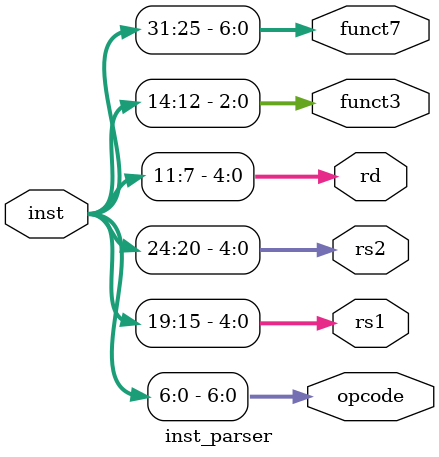
<source format=sv>
module inst_parser(
  input [31:0] inst,
  output [6:0] opcode,
  output [4:0] rs1,
  output [4:0] rs2,
  output [4:0] rd,
  output [2:0] funct3,
  output [6:0] funct7
);

  assign opcode = inst[6:0];
  assign rd     = inst[11:7];
  assign funct3 = inst[14:12];
  assign rs1    = inst[19:15];
  assign rs2    = inst[24:20];
  assign funct7 = inst[31:25];

endmodule

</source>
